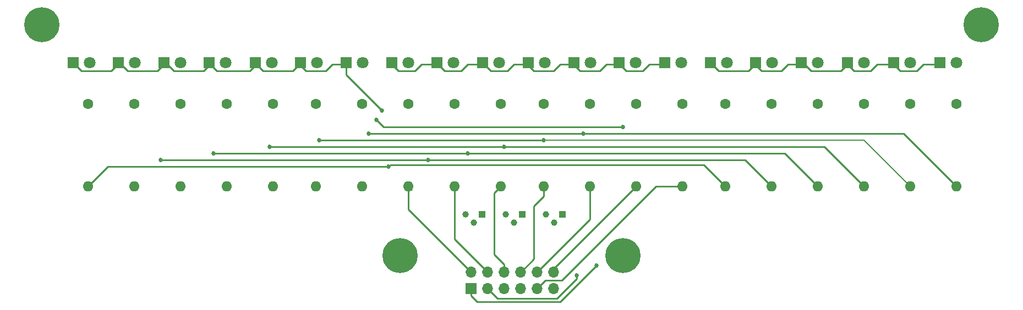
<source format=gbr>
G04 #@! TF.FileFunction,Copper,L2,Bot,Signal*
%FSLAX46Y46*%
G04 Gerber Fmt 4.6, Leading zero omitted, Abs format (unit mm)*
G04 Created by KiCad (PCBNEW 4.0.6) date 03/21/17 10:55:45*
%MOMM*%
%LPD*%
G01*
G04 APERTURE LIST*
%ADD10C,0.100000*%
%ADD11C,1.600000*%
%ADD12O,1.600000X1.600000*%
%ADD13R,1.800000X1.800000*%
%ADD14C,1.800000*%
%ADD15C,1.000000*%
%ADD16R,1.000000X1.000000*%
%ADD17R,1.700000X1.700000*%
%ADD18O,1.700000X1.700000*%
%ADD19C,5.400000*%
%ADD20C,0.685800*%
%ADD21C,0.250000*%
%ADD22C,0.152400*%
G04 APERTURE END LIST*
D10*
D11*
X206248000Y-90932000D03*
D12*
X206248000Y-103632000D03*
D13*
X154650002Y-84615999D03*
D14*
X157190002Y-84615999D03*
D13*
X161653126Y-84615999D03*
D14*
X164193126Y-84615999D03*
D13*
X168656250Y-84615999D03*
D14*
X171196250Y-84615999D03*
D13*
X175550498Y-84615999D03*
D14*
X178090498Y-84615999D03*
D13*
X182662498Y-84615999D03*
D14*
X185202498Y-84615999D03*
D13*
X189665622Y-84615999D03*
D14*
X192205622Y-84615999D03*
D13*
X196668746Y-84615999D03*
D14*
X199208746Y-84615999D03*
D13*
X203708000Y-84615999D03*
D14*
X206248000Y-84615999D03*
D13*
X210674994Y-84615999D03*
D14*
X213214994Y-84615999D03*
D13*
X217678118Y-84615999D03*
D14*
X220218118Y-84615999D03*
D13*
X224681242Y-84615999D03*
D14*
X227221242Y-84615999D03*
D13*
X231684366Y-84615999D03*
D14*
X234224366Y-84615999D03*
D13*
X238687490Y-84615999D03*
D14*
X241227490Y-84615999D03*
D13*
X245690614Y-84615999D03*
D14*
X248230614Y-84615999D03*
D13*
X252693738Y-84615999D03*
D14*
X255233738Y-84615999D03*
D13*
X259696862Y-84615999D03*
D14*
X262236862Y-84615999D03*
D13*
X266700000Y-84615999D03*
D14*
X269240000Y-84615999D03*
D15*
X216296143Y-109220000D03*
X215026143Y-107950000D03*
D16*
X217566143Y-107950000D03*
D15*
X222504000Y-109220000D03*
X221234000Y-107950000D03*
D16*
X223774000Y-107950000D03*
D15*
X228711857Y-109220000D03*
X227441857Y-107950000D03*
D16*
X229981857Y-107950000D03*
D11*
X156972000Y-90932000D03*
D12*
X156972000Y-103632000D03*
D11*
X164084000Y-90932000D03*
D12*
X164084000Y-103632000D03*
D11*
X171196000Y-90932000D03*
D12*
X171196000Y-103632000D03*
D11*
X178308000Y-90932000D03*
D12*
X178308000Y-103632000D03*
D11*
X185420000Y-90932000D03*
D12*
X185420000Y-103632000D03*
D11*
X192024000Y-90932000D03*
D12*
X192024000Y-103632000D03*
D11*
X199136000Y-90932000D03*
D12*
X199136000Y-103632000D03*
D11*
X213360000Y-90932000D03*
D12*
X213360000Y-103632000D03*
D11*
X220472000Y-90932000D03*
D12*
X220472000Y-103632000D03*
D11*
X227076000Y-90932000D03*
D12*
X227076000Y-103632000D03*
D11*
X234188000Y-90932000D03*
D12*
X234188000Y-103632000D03*
D11*
X241300000Y-90932000D03*
D12*
X241300000Y-103632000D03*
D11*
X248412000Y-90932000D03*
D12*
X248412000Y-103632000D03*
D11*
X255016000Y-90932000D03*
D12*
X255016000Y-103632000D03*
D11*
X262128000Y-90932000D03*
D12*
X262128000Y-103632000D03*
D11*
X269240000Y-90932000D03*
D12*
X269240000Y-103632000D03*
D17*
X215900000Y-119380000D03*
D18*
X215900000Y-116840000D03*
X218440000Y-119380000D03*
X218440000Y-116840000D03*
X220980000Y-119380000D03*
X220980000Y-116840000D03*
X223520000Y-119380000D03*
X223520000Y-116840000D03*
X226060000Y-119380000D03*
X226060000Y-116840000D03*
X228600000Y-119380000D03*
X228600000Y-116840000D03*
D19*
X294386000Y-78740000D03*
X149860000Y-78740000D03*
X239268000Y-114300000D03*
X204978000Y-114300000D03*
D13*
X273812000Y-84615999D03*
D14*
X276352000Y-84615999D03*
D13*
X280924000Y-84615999D03*
D14*
X283464000Y-84615999D03*
D13*
X288036000Y-84615999D03*
D14*
X290576000Y-84615999D03*
D11*
X276352000Y-90932000D03*
D12*
X276352000Y-103632000D03*
D11*
X283464000Y-90932000D03*
D12*
X283464000Y-103632000D03*
D11*
X290576000Y-90932000D03*
D12*
X290576000Y-103632000D03*
D20*
X202184000Y-91948000D03*
X235204000Y-115824000D03*
X203200000Y-100584000D03*
X232156000Y-117348000D03*
X209296000Y-99568000D03*
X168148000Y-99568000D03*
X176276000Y-98552000D03*
X215392000Y-98552000D03*
X184912000Y-97536000D03*
X220980000Y-97536000D03*
X201295000Y-93345000D03*
X239268000Y-94488000D03*
X192532000Y-96520000D03*
X227076000Y-96520000D03*
X200152000Y-95504000D03*
X233172000Y-95504000D03*
D21*
X202184000Y-91948000D02*
X196668746Y-86432746D01*
X196668746Y-84615999D02*
X196668746Y-86432746D01*
X196668746Y-84615999D02*
X196596000Y-84836000D01*
X175550498Y-84615999D02*
X175768000Y-84836000D01*
X175768000Y-84836000D02*
X174752000Y-85852000D01*
X174752000Y-85852000D02*
X170180000Y-85852000D01*
X170180000Y-85852000D02*
X169164000Y-84836000D01*
X169164000Y-84836000D02*
X168656000Y-84836000D01*
X168656000Y-84836000D02*
X168656250Y-84615999D01*
X189665622Y-84615999D02*
X189484000Y-84836000D01*
X189484000Y-84836000D02*
X190500000Y-85852000D01*
X190500000Y-85852000D02*
X193548000Y-85852000D01*
X193548000Y-85852000D02*
X194564000Y-84836000D01*
X194564000Y-84836000D02*
X196596000Y-84836000D01*
X196596000Y-84836000D02*
X196668746Y-84615999D01*
X182662498Y-84615999D02*
X182880000Y-84836000D01*
X182880000Y-84836000D02*
X181864000Y-85852000D01*
X181864000Y-85852000D02*
X176784000Y-85852000D01*
X176784000Y-85852000D02*
X175768000Y-84836000D01*
X189484000Y-84836000D02*
X188468000Y-85852000D01*
X188468000Y-85852000D02*
X183896000Y-85852000D01*
X183896000Y-85852000D02*
X182880000Y-84836000D01*
X168656000Y-84836000D02*
X167640000Y-85852000D01*
X167640000Y-85852000D02*
X163068000Y-85852000D01*
X163068000Y-85852000D02*
X162052000Y-84836000D01*
X162052000Y-84836000D02*
X161544000Y-84836000D01*
X161544000Y-84836000D02*
X161653126Y-84615999D01*
X161544000Y-84836000D02*
X160528000Y-85852000D01*
X160528000Y-85852000D02*
X155956000Y-85852000D01*
X155956000Y-85852000D02*
X154940000Y-84836000D01*
X154940000Y-84836000D02*
X154432000Y-84836000D01*
X154432000Y-84836000D02*
X154650002Y-84615999D01*
X231684366Y-84615999D02*
X231648000Y-84836000D01*
X231648000Y-84836000D02*
X232664000Y-85852000D01*
X232664000Y-85852000D02*
X235712000Y-85852000D01*
X235712000Y-85852000D02*
X236728000Y-84836000D01*
X236728000Y-84836000D02*
X238760000Y-84836000D01*
X238760000Y-84836000D02*
X238687490Y-84615999D01*
X224681242Y-84615999D02*
X224536000Y-84836000D01*
X224536000Y-84836000D02*
X225552000Y-85852000D01*
X225552000Y-85852000D02*
X228600000Y-85852000D01*
X228600000Y-85852000D02*
X229616000Y-84836000D01*
X229616000Y-84836000D02*
X231648000Y-84836000D01*
X238760000Y-84836000D02*
X239776000Y-85852000D01*
X239776000Y-85852000D02*
X242316000Y-85852000D01*
X242316000Y-85852000D02*
X243332000Y-84836000D01*
X243332000Y-84836000D02*
X245872000Y-84836000D01*
X245872000Y-84836000D02*
X245690614Y-84615999D01*
X203708000Y-84615999D02*
X203708000Y-84836000D01*
X203708000Y-84836000D02*
X204724000Y-85852000D01*
X204724000Y-85852000D02*
X207264000Y-85852000D01*
X207264000Y-85852000D02*
X208280000Y-84836000D01*
X208280000Y-84836000D02*
X210820000Y-84836000D01*
X210820000Y-84836000D02*
X210674994Y-84615999D01*
X210820000Y-84836000D02*
X211836000Y-85852000D01*
X211836000Y-85852000D02*
X214376000Y-85852000D01*
X214376000Y-85852000D02*
X215392000Y-84836000D01*
X215392000Y-84836000D02*
X217932000Y-84836000D01*
X217932000Y-84836000D02*
X217678118Y-84615999D01*
X217932000Y-84836000D02*
X218948000Y-85852000D01*
X218948000Y-85852000D02*
X221488000Y-85852000D01*
X221488000Y-85852000D02*
X222504000Y-84836000D01*
X222504000Y-84836000D02*
X224536000Y-84836000D01*
D22*
X280924000Y-84615999D02*
X280924000Y-84836000D01*
D21*
X280924000Y-84836000D02*
X281940000Y-85852000D01*
X281940000Y-85852000D02*
X284480000Y-85852000D01*
X284480000Y-85852000D02*
X285496000Y-84836000D01*
X285496000Y-84836000D02*
X288036000Y-84836000D01*
D22*
X288036000Y-84836000D02*
X288036000Y-84615999D01*
X273812000Y-84615999D02*
X273812000Y-84836000D01*
D21*
X273812000Y-84836000D02*
X274828000Y-85852000D01*
X274828000Y-85852000D02*
X277368000Y-85852000D01*
X277368000Y-85852000D02*
X278384000Y-84836000D01*
X278384000Y-84836000D02*
X280924000Y-84836000D01*
X273812000Y-84836000D02*
X272796000Y-85852000D01*
X272796000Y-85852000D02*
X268224000Y-85852000D01*
X268224000Y-85852000D02*
X267208000Y-84836000D01*
D22*
X267208000Y-84836000D02*
X266700000Y-84836000D01*
X266700000Y-84836000D02*
X266700000Y-84615999D01*
D21*
X252693738Y-84615999D02*
X252476000Y-84836000D01*
X259696862Y-84615999D02*
X259588000Y-84836000D01*
X259588000Y-84836000D02*
X260604000Y-85852000D01*
X260604000Y-85852000D02*
X263652000Y-85852000D01*
X263652000Y-85852000D02*
X264668000Y-84836000D01*
X264668000Y-84836000D02*
X266700000Y-84836000D01*
X266700000Y-84836000D02*
X266700000Y-84615999D01*
X259588000Y-84836000D02*
X258572000Y-85852000D01*
X258572000Y-85852000D02*
X254000000Y-85852000D01*
X254000000Y-85852000D02*
X252984000Y-84836000D01*
X252984000Y-84836000D02*
X252476000Y-84836000D01*
X215900000Y-119380000D02*
X215900000Y-120480000D01*
X215900000Y-120480000D02*
X216832000Y-121412000D01*
X216832000Y-121412000D02*
X229616000Y-121412000D01*
X229616000Y-121412000D02*
X235204000Y-115824000D01*
X215900000Y-116840000D02*
X206248000Y-107188000D01*
X206248000Y-107188000D02*
X206248000Y-103632000D01*
X203200000Y-100584000D02*
X203499999Y-100284001D01*
X203499999Y-100284001D02*
X251668001Y-100284001D01*
X251668001Y-100284001D02*
X255016000Y-103632000D01*
X203200000Y-100584000D02*
X160020000Y-100584000D01*
X160020000Y-100584000D02*
X156972000Y-103632000D01*
X206756000Y-104140000D02*
X206248000Y-103632000D01*
X218440000Y-119380000D02*
X219964000Y-120904000D01*
X219964000Y-120904000D02*
X229108000Y-120904000D01*
X229108000Y-120904000D02*
X232156000Y-117856000D01*
X232156000Y-117856000D02*
X232156000Y-117348000D01*
X218440000Y-116840000D02*
X213360000Y-111760000D01*
X213360000Y-111760000D02*
X213360000Y-103632000D01*
X209296000Y-99568000D02*
X258064000Y-99568000D01*
X168148000Y-99568000D02*
X209296000Y-99568000D01*
X258064000Y-99568000D02*
X262128000Y-103632000D01*
X219456000Y-114113919D02*
X219456000Y-104648000D01*
X219456000Y-104648000D02*
X220472000Y-103632000D01*
X220980000Y-116840000D02*
X220980000Y-115637919D01*
X220980000Y-115637919D02*
X219456000Y-114113919D01*
X215392000Y-98552000D02*
X264160000Y-98552000D01*
X264160000Y-98552000D02*
X269240000Y-103632000D01*
X176276000Y-98552000D02*
X215392000Y-98552000D01*
X227076000Y-103632000D02*
X227076000Y-105156000D01*
X227076000Y-105156000D02*
X225552000Y-106680000D01*
X225552000Y-106680000D02*
X225552000Y-114808000D01*
X225552000Y-114808000D02*
X223804546Y-116555454D01*
X220980000Y-97536000D02*
X270256000Y-97536000D01*
X270256000Y-97536000D02*
X276352000Y-103632000D01*
X184912000Y-97536000D02*
X220980000Y-97536000D01*
X226060000Y-119380000D02*
X227330000Y-118110000D01*
X227330000Y-118110000D02*
X229870000Y-118110000D01*
X229870000Y-118110000D02*
X244348000Y-103632000D01*
X244348000Y-103632000D02*
X248412000Y-103632000D01*
X202438000Y-94488000D02*
X201295000Y-93345000D01*
X239268000Y-94488000D02*
X202438000Y-94488000D01*
X226060000Y-116840000D02*
X234188000Y-108712000D01*
X234188000Y-108712000D02*
X234188000Y-103632000D01*
D22*
X283464000Y-103632000D02*
X276352000Y-96520000D01*
X276352000Y-96520000D02*
X227076000Y-96520000D01*
D21*
X192532000Y-96520000D02*
X227076000Y-96520000D01*
X238744379Y-106172000D02*
X238760000Y-106172000D01*
X238760000Y-106172000D02*
X241300000Y-103632000D01*
X233172000Y-95504000D02*
X282448000Y-95504000D01*
X282448000Y-95504000D02*
X290576000Y-103632000D01*
X228076379Y-116840000D02*
X238744379Y-106172000D01*
X200152000Y-95504000D02*
X233172000Y-95504000D01*
M02*

</source>
